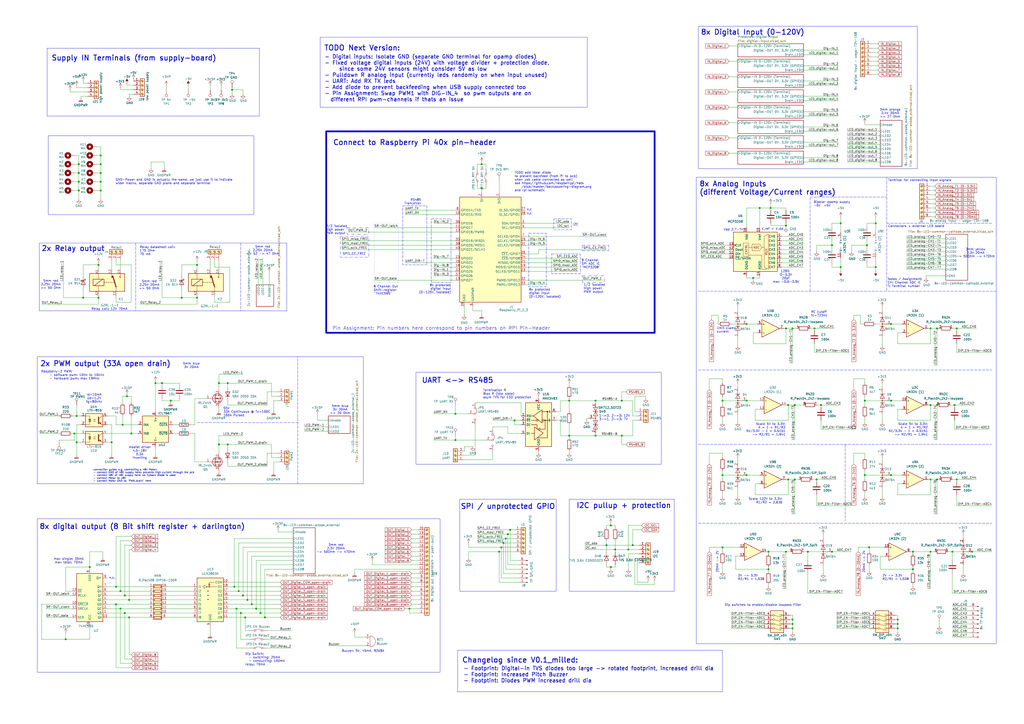
<source format=kicad_sch>
(kicad_sch
	(version 20231120)
	(generator "eeschema")
	(generator_version "8.0")
	(uuid "af4d11a6-73e1-4c39-a25e-5fe7dfa07237")
	(paper "A2")
	(title_block
		(title "pi-interface-board")
		(date "2025-01-23")
		(rev "V1.0")
		(comment 2 "for versatile use in prototyping and project development")
		(comment 3 "with protected I/O, relays, and various features")
		(comment 4 "A Raspberry Pi-compatible PCB that extends the GPIO header")
	)
	
	(junction
		(at 140.97 345.44)
		(diameter 0)
		(color 0 0 0 0)
		(uuid "01a8e618-7e14-4882-9136-a12536116a47")
	)
	(junction
		(at 237.49 353.06)
		(diameter 0)
		(color 0 0 0 0)
		(uuid "01c225b5-cd2c-42cd-9a9e-dd1eb69e7a46")
	)
	(junction
		(at 292.1 314.96)
		(diameter 0)
		(color 0 0 0 0)
		(uuid "05305efd-1dbd-4d1b-9814-028567a7094e")
	)
	(junction
		(at 137.16 353.06)
		(diameter 0)
		(color 0 0 0 0)
		(uuid "05eca1c0-0042-44d8-82a8-b1f48175c33d")
	)
	(junction
		(at 360.68 252.73)
		(diameter 0)
		(color 0 0 0 0)
		(uuid "06f335d7-63de-4572-a20a-022b6c7f93c9")
	)
	(junction
		(at 364.49 318.77)
		(diameter 0)
		(color 0 0 0 0)
		(uuid "072c8fc6-89d0-4715-8ea4-dd9134761f17")
	)
	(junction
		(at 351.79 316.23)
		(diameter 0)
		(color 0 0 0 0)
		(uuid "07823899-5798-4592-8eff-8b1fe5858f30")
	)
	(junction
		(at 45.72 100.33)
		(diameter 0)
		(color 0 0 0 0)
		(uuid "08257806-6a62-48e1-afe8-11841934bc89")
	)
	(junction
		(at 71.12 246.38)
		(diameter 0)
		(color 0 0 0 0)
		(uuid "0eedc99b-ff42-4961-8286-6066dee5c8fe")
	)
	(junction
		(at 508 129.54)
		(diameter 0)
		(color 0 0 0 0)
		(uuid "0f3fa599-affa-44c6-8b85-24ce12db14ea")
	)
	(junction
		(at 67.31 340.36)
		(diameter 0)
		(color 0 0 0 0)
		(uuid "10026633-9ac7-4b72-aa53-10151f42da81")
	)
	(junction
		(at 64.77 256.54)
		(diameter 0)
		(color 0 0 0 0)
		(uuid "11580b8b-6675-41d3-b33d-e1ed958eda93")
	)
	(junction
		(at 153.67 358.14)
		(diameter 0)
		(color 0 0 0 0)
		(uuid "119c3b35-4b9f-4318-9220-02559deba15e")
	)
	(junction
		(at 73.66 229.87)
		(diameter 0)
		(color 0 0 0 0)
		(uuid "14ee932b-b4bf-415b-ab21-01e0b930417b")
	)
	(junction
		(at 516.89 232.41)
		(diameter 0)
		(color 0 0 0 0)
		(uuid "14fcd33f-6a27-4b5c-bd8a-16602ae94ce3")
	)
	(junction
		(at 345.44 232.41)
		(diameter 0)
		(color 0 0 0 0)
		(uuid "1827b75e-5515-4844-a399-117e6918fd73")
	)
	(junction
		(at 354.33 328.93)
		(diameter 0)
		(color 0 0 0 0)
		(uuid "1c476741-4a7f-44e7-a84a-5b0fc50d1df8")
	)
	(junction
		(at 487.68 154.94)
		(diameter 0)
		(color 0 0 0 0)
		(uuid "1f83392c-f6f4-4c47-92c7-6541609902a5")
	)
	(junction
		(at 508 154.94)
		(diameter 0)
		(color 0 0 0 0)
		(uuid "1ff1815a-ddb0-4907-bed1-18b8fe5665e3")
	)
	(junction
		(at 461.01 234.95)
		(diameter 0)
		(color 0 0 0 0)
		(uuid "209182a8-b4b9-40cd-b5b2-bd90b860e927")
	)
	(junction
		(at 57.15 153.67)
		(diameter 0)
		(color 0 0 0 0)
		(uuid "213f96fc-26d9-4cf1-83bd-f4336ef00b81")
	)
	(junction
		(at 105.41 172.72)
		(diameter 0)
		(color 0 0 0 0)
		(uuid "236f3f4e-76e9-4351-baf1-7665cdb427aa")
	)
	(junction
		(at 146.05 350.52)
		(diameter 0)
		(color 0 0 0 0)
		(uuid "24719f92-8210-4aa7-b4fb-885fcf560860")
	)
	(junction
		(at 127 222.25)
		(diameter 0)
		(color 0 0 0 0)
		(uuid "2a544a35-89e9-4403-a76e-deca404b0df4")
	)
	(junction
		(at 330.2 232.41)
		(diameter 0)
		(color 0 0 0 0)
		(uuid "2d47b40e-d23f-458b-8bda-f40f4a63d16c")
	)
	(junction
		(at 461.01 278.13)
		(diameter 0)
		(color 0 0 0 0)
		(uuid "2ec783c1-8b84-46a4-83e0-9e6bdd9d83e1")
	)
	(junction
		(at 419.1 275.59)
		(diameter 0)
		(color 0 0 0 0)
		(uuid "2f3e2706-66a2-4ddc-84d7-d0f87e408bee")
	)
	(junction
		(at 45.72 110.49)
		(diameter 0)
		(color 0 0 0 0)
		(uuid "30eb7102-40a1-423f-af53-d597c277def6")
	)
	(junction
		(at 433.07 187.96)
		(diameter 0)
		(color 0 0 0 0)
		(uuid "322a1d28-d972-4b68-a81b-9e541f249074")
	)
	(junction
		(at 539.75 234.95)
		(diameter 0)
		(color 0 0 0 0)
		(uuid "3ae78f7f-94a6-4485-a6b5-d7ce73e1abef")
	)
	(junction
		(at 516.89 187.96)
		(diameter 0)
		(color 0 0 0 0)
		(uuid "3b4b0fd5-c991-4a1b-b89c-c6b2bfe001ca")
	)
	(junction
		(at 44.45 241.3)
		(diameter 0)
		(color 0 0 0 0)
		(uuid "3c610d6d-cd11-4e18-9d10-ffa22d04497a")
	)
	(junction
		(at 52.07 328.93)
		(diameter 0)
		(color 0 0 0 0)
		(uuid "3c754c5e-b249-46c4-9d05-9f550316aca5")
	)
	(junction
		(at 279.4 109.22)
		(diameter 0)
		(color 0 0 0 0)
		(uuid "401df33a-bfc8-4102-a832-13b9d72f27f9")
	)
	(junction
		(at 447.04 120.65)
		(diameter 0)
		(color 0 0 0 0)
		(uuid "42f8f2a2-d4f1-4f85-a7f3-af76fd15f334")
	)
	(junction
		(at 539.75 190.5)
		(diameter 0)
		(color 0 0 0 0)
		(uuid "4c28afa4-cb18-4457-bfd3-5c53dabd8baa")
	)
	(junction
		(at 67.31 350.52)
		(diameter 0)
		(color 0 0 0 0)
		(uuid "4dd49bce-72c0-4885-aaa1-4fc2ceee5ed9")
	)
	(junction
		(at 290.83 317.5)
		(diameter 0)
		(color 0 0 0 0)
		(uuid "4e253152-ce51-433a-bba8-8c16e7a62d28")
	)
	(junction
		(at 436.88 161.29)
		(diameter 0)
		(color 0 0 0 0)
		(uuid "4e57230f-aabe-47d0-b863-f2adc3d1ffe4")
	)
	(junction
		(at 554.99 278.13)
		(diameter 0)
		(color 0 0 0 0)
		(uuid "5350fbf4-d95b-437a-9686-20f0bf58d3a4")
	)
	(junction
		(at 356.87 318.77)
		(diameter 0)
		(color 0 0 0 0)
		(uuid "53d66afe-70cb-456e-9b1b-03e37a30427c")
	)
	(junction
		(at 539.75 278.13)
		(diameter 0)
		(color 0 0 0 0)
		(uuid "5453c15f-3da7-498f-b4d4-eefd4a32800e")
	)
	(junction
		(at 482.6 142.24)
		(diameter 0)
		(color 0 0 0 0)
		(uuid "55a82554-799d-4bb3-8181-718182c3900f")
	)
	(junction
		(at 501.65 232.41)
		(diameter 0)
		(color 0 0 0 0)
		(uuid "57a339c8-b411-45ff-a169-a3416d23d890")
	)
	(junction
		(at 114.3 172.72)
		(diameter 0)
		(color 0 0 0 0)
		(uuid "58641e9a-dfea-4a17-a599-d3f20704b922")
	)
	(junction
		(at 58.42 105.41)
		(diameter 0)
		(color 0 0 0 0)
		(uuid "58dccc51-9004-41fb-ad0d-5592fc6a349d")
	)
	(junction
		(at 539.75 320.04)
		(diameter 0)
		(color 0 0 0 0)
		(uuid "5ebeab69-b597-43d2-ab3a-c72fec21131d")
	)
	(junction
		(at 504.19 317.5)
		(diameter 0)
		(color 0 0 0 0)
		(uuid "5fbe9979-8f7b-4932-9184-a4d03c15d4fe")
	)
	(junction
		(at 476.25 234.95)
		(diameter 0)
		(color 0 0 0 0)
		(uuid "5fd46808-879e-44b8-af18-96d3e87ab16f")
	)
	(junction
		(at 354.33 304.8)
		(diameter 0)
		(color 0 0 0 0)
		(uuid "60649139-4bdd-472e-9af5-360b27505cfe")
	)
	(junction
		(at 58.42 110.49)
		(diameter 0)
		(color 0 0 0 0)
		(uuid "60a6d836-72d0-4313-9d09-432095eb272f")
	)
	(junction
		(at 293.37 312.42)
		(diameter 0)
		(color 0 0 0 0)
		(uuid "64cc4205-6b81-48b6-affd-d8656f4e6bce")
	)
	(junction
		(at 529.59 320.04)
		(diameter 0)
		(color 0 0 0 0)
		(uuid "67352b46-f9e5-4f25-b773-3d42ff5e5699")
	)
	(junction
		(at 419.1 317.5)
		(diameter 0)
		(color 0 0 0 0)
		(uuid "6e2b59ba-643e-42d5-abe7-fae3afd30e18")
	)
	(junction
		(at 90.17 222.25)
		(diameter 0)
		(color 0 0 0 0)
		(uuid "6f8dae14-e5bb-4ed3-8136-992dd6b276bb")
	)
	(junction
		(at 440.69 120.65)
		(diameter 0)
		(color 0 0 0 0)
		(uuid "71c80c36-cea0-487c-bcb3-ac90e6cf6909")
	)
	(junction
		(at 501.65 275.59)
		(diameter 0)
		(color 0 0 0 0)
		(uuid "72cd6455-fb65-4b52-8421-80100f0ddc8f")
	)
	(junction
		(at 69.85 342.9)
		(diameter 0)
		(color 0 0 0 0)
		(uuid "751fb691-f4d4-4afb-8c99-237d44216e6a")
	)
	(junction
		(at 143.51 347.98)
		(diameter 0)
		(color 0 0 0 0)
		(uuid "75331210-328d-4b01-a051-ab734c1e4329")
	)
	(junction
		(at 58.42 90.17)
		(diameter 0)
		(color 0 0 0 0)
		(uuid "77fd0bd9-a653-46a2-a6ea-e0ff86286382")
	)
	(junction
		(at 455.93 130.81)
		(diameter 0)
		(color 0 0 0 0)
		(uuid "7b6a19d9-d84c-4ace-9ad2-e52657e5669a")
	)
	(junction
		(at 543.56 190.5)
		(diameter 0)
		(color 0 0 0 0)
		(uuid "7c4690e7-c7bf-4226-a178-dc9e53dc51ed")
	)
	(junction
		(at 445.77 320.04)
		(diameter 0)
		(color 0 0 0 0)
		(uuid "7eee6ae0-e862-4cf5-a20a-077da3b5824a")
	)
	(junction
		(at 45.72 95.25)
		(diameter 0)
		(color 0 0 0 0)
		(uuid "8445ba9c-2e95-4eb0-ba3f-795d556ef72f")
	)
	(junction
		(at 38.1 370.84)
		(diameter 0)
		(color 0 0 0 0)
		(uuid "84b82d7c-5f92-4073-bceb-03310c6207ac")
	)
	(junction
		(at 472.44 190.5)
		(diameter 0)
		(color 0 0 0 0)
		(uuid "85be4b5b-1dd3-4429-a51f-714f415e4cb3")
	)
	(junction
		(at 516.89 275.59)
		(diameter 0)
		(color 0 0 0 0)
		(uuid "86f80d78-9680-4044-9ea8-382a544e1180")
	)
	(junction
		(at 298.45 243.84)
		(diameter 0)
		(color 0 0 0 0)
		(uuid "8ba0df70-00b9-477d-a1d9-09e132e0196c")
	)
	(junction
		(at 502.92 142.24)
		(diameter 0)
		(color 0 0 0 0)
		(uuid "8e2b91a7-a806-46dd-8017-558f66a7d5aa")
	)
	(junction
		(at 93.98 222.25)
		(diameter 0)
		(color 0 0 0 0)
		(uuid "900094c6-ad82-42ce-b9e4-bbff1fbd4f7d")
	)
	(junction
		(at 58.42 95.25)
		(diameter 0)
		(color 0 0 0 0)
		(uuid "92b51d51-f5fb-410e-bbe5-38b96764124c")
	)
	(junction
		(at 264.16 255.27)
		(diameter 0)
		(color 0 0 0 0)
		(uuid "98441d78-d77f-486a-92ea-3668d01ee127")
	)
	(junction
		(at 543.56 234.95)
		(diameter 0)
		(color 0 0 0 0)
		(uuid "9857da2e-fa86-4979-a30f-81191067da5a")
	)
	(junction
		(at 289.56 320.04)
		(diameter 0)
		(color 0 0 0 0)
		(uuid "9867b519-f5bd-4ee4-8781-727026525927")
	)
	(junction
		(at 459.74 359.41)
		(diameter 0)
		(color 0 0 0 0)
		(uuid "98c11e17-da75-489b-919d-abd5b90d75d6")
	)
	(junction
		(at 520.7 364.49)
		(diameter 0)
		(color 0 0 0 0)
		(uuid "9905ae76-43d5-46fd-ab04-63b3bd0b1c1a")
	)
	(junction
		(at 529.59 330.2)
		(diameter 0)
		(color 0 0 0 0)
		(uuid "9f9cd4a1-53b7-4b90-939d-1f42f0144daf")
	)
	(junction
		(at 72.39 345.44)
		(diameter 0)
		(color 0 0 0 0)
		(uuid "a02a0c35-7237-4690-930d-ae7d81a03d46")
	)
	(junction
		(at 433.07 275.59)
		(diameter 0)
		(color 0 0 0 0)
		(uuid "a0fb1850-0f46-4c36-b798-547b535c42df")
	)
	(junction
		(at 44.45 256.54)
		(diameter 0)
		(color 0 0 0 0)
		(uuid "a156600e-b17b-40ee-9338-2875dd6af119")
	)
	(junction
		(at 459.74 364.49)
		(diameter 0)
		(color 0 0 0 0)
		(uuid "a2aaf358-b70a-40ed-8891-c2b838783341")
	)
	(junction
		(at 543.56 278.13)
		(diameter 0)
		(color 0 0 0 0)
		(uuid "a647ae42-673a-4b30-ba91-f5c0de2d1fb1")
	)
	(junction
		(at 419.1 232.41)
		(diameter 0)
		(color 0 0 0 0)
		(uuid "a8916f2a-3760-4408-a711-e8008e50a42d")
	)
	(junction
		(at 473.71 278.13)
		(diameter 0)
		(color 0 0 0 0)
		(uuid "a8b20a5e-2fbe-4704-8e22-2faf27846df8")
	)
	(junction
		(at 553.72 234.95)
		(diameter 0)
		(color 0 0 0 0)
		(uuid "aad29792-d123-4844-9da8-1df2be24a9d5")
	)
	(junction
		(at 48.26 172.72)
		(diameter 0)
		(color 0 0 0 0)
		(uuid "ac1970be-fc9a-493a-b832-4f526b5d8a6f")
	)
	(junction
		(at 367.03 316.23)
		(diameter 0)
		(color 0 0 0 0)
		(uuid "ac4ac232-9a0f-4efe-bd40-aa7c1fcbaeed")
	)
	(junction
		(at 142.24 358.14)
		(diameter 0)
		(color 0 0 0 0)
		(uuid "b03b65c9-d63a-4b4e-b4bc-bfd5bb85047b")
	)
	(junction
		(at 134.62 52.07)
		(diameter 0)
		(color 0 0 0 0)
		(uuid "b1b4e282-b41e-4806-9700-a7c6fbc133b2")
	)
	(junction
		(at 138.43 342.9)
		(diameter 0)
		(color 0 0 0 0)
		(uuid "b2e04b3a-0203-4e9b-b5fb-44711c9651f5")
	)
	(junction
		(at 99.06 232.41)
		(diameter 0)
		(color 0 0 0 0)
		(uuid "b650fb0f-f91e-4bab-945c-20253961cf93")
	)
	(junction
		(at 360.68 232.41)
		(diameter 0)
		(color 0 0 0 0)
		(uuid "b75f83a7-ff43-422c-8aef-b23c65dc9f58")
	)
	(junction
		(at 433.07 232.41)
		(diameter 0)
		(color 0 0 0 0)
		(uuid "b8cbbf2c-6947-4c47-a76a-df98369a49e2")
	)
	(junction
		(at 445.77 330.2)
		(diameter 0)
		(color 0 0 0 0)
		(uuid "bc0e8895-a168-4b32-a3ae-032222041331")
	)
	(junction
		(at 279.4 95.25)
		(diameter 0)
		(color 0 0 0 0)
		(uuid "c141ea30-0a7b-45f8-a452-2c0244bcf9aa")
	)
	(junction
		(at 114.3 153.67)
		(diameter 0)
		(color 0 0 0 0)
		(uuid "c25e2208-2d4a-4a5d-b1b6-520bc7405c20")
	)
	(junction
		(at 72.39 355.6)
		(diameter 0)
		(color 0 0 0 0)
		(uuid "c2a7d60c-8406-4629-9f9f-20facc991908")
	)
	(junction
		(at 127 257.81)
		(diameter 0)
		(color 0 0 0 0)
		(uuid "c583ebaa-dbb1-42bf-9503-cd46d9d9c934")
	)
	(junction
		(at 468.63 320.04)
		(diameter 0)
		(color 0 0 0 0)
		(uuid "c6fd9455-a40f-495c-b522-dad68ccccb40")
	)
	(junction
		(at 69.85 353.06)
		(diameter 0)
		(color 0 0 0 0)
		(uuid "c7252f51-5593-44ea-9ef0-15644cb2b836")
	)
	(junction
		(at 482.6 320.04)
		(diameter 0)
		(color 0 0 0 0)
		(uuid "c7d2abe6-56ee-45d0-91ba-2bdad49697be")
	)
	(junction
		(at 554.99 190.5)
		(diameter 0)
		(color 0 0 0 0)
		(uuid "c9a1a788-271b-4313-91ac-1eb41a1be2d1")
	)
	(junction
		(at 74.93 347.98)
		(diameter 0)
		(color 0 0 0 0)
		(uuid "ca97fd06-a20b-4255-9402-c6f0775648c9")
	)
	(junction
		(at 563.88 320.04)
		(diameter 0)
		(color 0 0 0 0)
		(uuid "cb011434-a4b0-4556-a812-d331c49ca2c1")
	)
	(junction
		(at 294.64 309.88)
		(diameter 0)
		(color 0 0 0 0)
		(uuid "ccfc0193-cd4b-4bd1-9adb-8688e97bfa23")
	)
	(junction
		(at 151.13 355.6)
		(diameter 0)
		(color 0 0 0 0)
		(uuid "cdb7cae5-fc07-4bbc-8ee6-837fb3913bf1")
	)
	(junction
		(at 455.93 320.04)
		(diameter 0)
		(color 0 0 0 0)
		(uuid "d3002e4b-d3e1-40cc-9b8a-5d2c7334c6dd")
	)
	(junction
		(at 520.7 361.95)
		(diameter 0)
		(color 0 0 0 0)
		(uuid "d3c25f2f-519c-4e8a-bf2d-451e91de8263")
	)
	(junction
		(at 459.74 190.5)
		(diameter 0)
		(color 0 0 0 0)
		(uuid "d5958f52-db39-4d96-9f5c-46cc0e0a9c13")
	)
	(junction
		(at 345.44 252.73)
		(diameter 0)
		(color 0 0 0 0)
		(uuid "d5f0980c-b894-41c8-ad9a-99d84da95533")
	)
	(junction
		(at 132.08 257.81)
		(diameter 0)
		(color 0 0 0 0)
		(uuid "d7f6abff-a394-48b0-8295-d13e407a04cb")
	)
	(junction
		(at 487.68 129.54)
		(diameter 0)
		(color 0 0 0 0)
		(uuid "d8d7fb1f-bb4d-4c93-8aa7-905c20aefd85")
	)
	(junction
		(at 45.72 105.41)
		(diameter 0)
		(color 0 0 0 0)
		(uuid "d8d95aad-526c-4d3e-9a9b-fefcb78efcaa")
	)
	(junction
		(at 552.45 320.04)
		(diameter 0)
		(color 0 0 0 0)
		(uuid "dd672ca4-9aed-4510-a18a-eaf4c4b1b5b2")
	)
	(junction
		(at 295.91 307.34)
		(diameter 0)
		(color 0 0 0 0)
		(uuid "dd9c1b13-9084-449b-9bee-5e037521464a")
	)
	(junction
		(at 520.7 359.41)
		(diameter 0)
		(color 0 0 0 0)
		(uuid "df62cb63-19fa-46f2-9a5a-93a304b5a69d")
	)
	(junction
		(at 264.16 240.03)
		(diameter 0)
		(color 0 0 0 0)
		(uuid "df678c17-c7d1-407d-803a-c886081558ed")
	)
	(junction
		(at 457.2 234.95)
		(diameter 0)
		(color 0 0 0 0)
		(uuid "e06e2f01-d838-48f6-8efa-7e05b926ca29")
	)
	(junction
		(at 57.15 172.72)
		(diameter 0)
		(color 0 0 0 0)
		(uuid "e0fcc60c-adef-4503-b67d-31eec596d694")
	)
	(junction
		(at 148.59 353.06)
		(diameter 0)
		(color 0 0 0 0)
		(uuid "e3108376-7dad-4cc8-8861-63d384004879")
	)
	(junction
		(at 76.2 251.46)
		(diameter 0)
		(color 0 0 0 0)
		(uuid "e5b099e1-f557-4448-b3d0-b283fc211558")
	)
	(junction
		(at 135.89 340.36)
		(diameter 0)
		(color 0 0 0 0)
		(uuid "e5bd5461-5bb2-4b08-87c8-6e463ef8db0a")
	)
	(junction
		(at 132.08 222.25)
		(diameter 0)
		(color 0 0 0 0)
		(uuid "e8615103-e90c-4f75-b440-b8fad443ff1e")
	)
	(junction
		(at 43.18 251.46)
		(diameter 0)
		(color 0 0 0 0)
		(uuid "e888c988-fb5e-4161-b771-d1f510c9d0b9")
	)
	(junction
		(at 330.2 252.73)
		(diameter 0)
		(color 0 0 0 0)
		(uuid "ed02a82a-9a4c-446b-b18a-c2e77fed11fa")
	)
	(junction
		(at 457.2 278.13)
		(diameter 0)
		(color 0 0 0 0)
		(uuid "ef6c709f-f6a8-4332-b336-2fc745163133")
	)
	(junction
		(at 459.74 361.95)
		(diameter 0)
		(color 0 0 0 0)
		(uuid "f4dadaf2-7795-4ea6-a683-80336635a387")
	)
	(junction
		(at 58.42 100.33)
		(diameter 0)
		(color 0 0 0 0)
		(uuid "f8e84513-ffe1-4837-b530-90ecbd0bf285")
	)
	(junction
		(at 139.7 355.6)
		(diameter 0)
		(color 0 0 0 0)
		(uuid "fae7fc45-5150-4de6-9de8-a36ec31aa312")
	)
	(junction
		(at 455.93 190.5)
		(diameter 0)
		(color 0 0 0 0)
		(uuid "fbce1fdb-db5b-4f19-bbb5-0a9c27bcbc89")
	)
	(junction
		(at 74.93 358.14)
		(diameter 0)
		(color 0 0 0 0)
		(uuid "fcfc1728-3653-4623-b7b5-a4e4cd6811ba")
	)
	(wire
		(pts
			(xy 455.93 129.54) (xy 455.93 130.81)
		)
		(stroke
			(width 0)
			(type default)
		)
		(uuid "0054231e-6c1c-4b62-a261-da803b448710")
	)
	(wire
		(pts
			(xy 491.49 78.74) (xy 510.54 78.74)
		)
		(stroke
			(width 0)
			(type default)
		)
		(uuid "0059a5bd-5d4e-41f1-b8bf-105e91bea211")
	)
	(wire
		(pts
			(xy 496.57 248.92) (xy 476.25 248.92)
		)
		(stroke
			(width 0)
			(type default)
		)
		(uuid "007352d0-4393-4d19-8efc-d51e28cb77e4")
	)
	(wire
		(pts
			(xy 238.76 320.04) (xy 242.57 320.04)
		)
		(stroke
			(width 0)
			(type default)
		)
		(uuid "00818073-0ff6-4df9-84ad-d009831f149e")
	)
	(wire
		(pts
			(xy 62.23 251.46) (xy 76.2 251.46)
		)
		(stroke
			(width 0)
			(type default)
		)
		(uuid "00912cef-7458-4250-9601-851325c17234")
	)
	(wire
		(pts
			(xy 62.23 241.3) (xy 67.31 241.3)
		)
		(stroke
			(width 0)
			(type default)
		)
		(uuid "00e44004-c513-4de5-a722-c1ec9c261caa")
	)
	(wire
		(pts
			(xy 419.1 327.66) (xy 419.1 331.47)
		)
		(stroke
			(width 0)
			(type default)
		)
		(uuid "00ef2f56-37bd-4ed0-aeb9-aa019bd24e2f")
	)
	(wire
		(pts
			(xy 139.7 370.84) (xy 139.7 355.6)
		)
		(stroke
			(width 0)
			(type default)
		)
		(uuid "00fdba94-28e0-4b7e-a3f6-8468a273182f")
	)
	(wire
		(pts
			(xy 553.72 234.95) (xy 553.72 236.22)
		)
		(stroke
			(width 0)
			(type default)
		)
		(uuid "01a5f7f5-381b-4726-8886-b420b25ccedd")
	)
	(wire
		(pts
			(xy 132.08 353.06) (xy 137.16 353.06)
		)
		(stroke
			(width 0)
			(type default)
		)
		(uuid "01f70877-5d35-4473-8154-b32633fb4439")
	)
	(wire
		(pts
			(xy 90.17 222.25) (xy 93.98 222.25)
		)
		(stroke
			(width 0)
			(type default)
		)
		(uuid "02432959-10b0-4f2a-af2d-7311d5fec00d")
	)
	(wire
		(pts
			(xy 486.41 31.75) (xy 466.09 31.75)
		)
		(stroke
			(width 0)
			(type default)
		)
		(uuid "025ad35c-64b0-47a8-a900-f118fd03ec35")
	)
	(wire
		(pts
			(xy 276.86 109.22) (xy 279.4 109.22)
		)
		(stroke
			(width 0)
			(type default)
		)
		(uuid "02629f80-2850-40af-b117-d301cbd2e1ca")
	)
	(wire
		(pts
			(xy 271.78 317.5) (xy 290.83 317.5)
		)
		(stroke
			(width 0)
			(type default)
		)
		(uuid "02a344d2-8b47-43f6-b628-b060a6ff1a34")
	)
	(wire
		(pts
			(xy 537.21 160.02) (xy 548.64 160.02)
		)
		(stroke
			(width 0)
			(type default)
		)
		(uuid "02ca2bcb-dc3d-41b8-b3bb-d6980a38a62d")
	)
	(wire
		(pts
			(xy 52.07 330.2) (xy 52.07 328.93)
		)
		(stroke
			(width 0)
			(type default)
		)
		(uuid "02caf3da-4dfe-464a-bed0-55c975aa32ca")
	)
	(wire
		(pts
			(xy 487.68 125.73) (xy 487.68 129.54)
		)
		(stroke
			(width 0)
			(type default)
		)
		(uuid "02dea10a-f229-486d-876a-a071096eeead")
	)
	(wire
		(pts
			(xy 251.46 149.86) (xy 264.16 149.86)
		)
		(stroke
			(width 0)
			(type default)
		)
		(uuid "02f927d2-46f0-4067-bb2c-7b5ed625f8eb")
	)
	(wire
		(pts
			(xy 157.48 257.81) (xy 157.48 265.43)
		)
		(stroke
			(width 0)
			(type default)
		)
		(uuid "030da04f-bb6a-49d5-a07a-b1ac13ef0d2c")
	)
	(wire
		(pts
			(xy 516.89 275.59) (xy 523.24 275.59)
		)
		(stroke
			(width 0)
			(type default)
		)
		(uuid "0402a363-6ddc-4245-b79d-651ce5e2b849")
	)
	(wire
		(pts
			(xy 457.2 234.95) (xy 461.01 234.95)
		)
		(stroke
			(width 0)
			(type default)
		)
		(uuid "04304b2e-0c68-4a14-bbe0-0e23cac30e94")
	)
	(wire
		(pts
			(xy 176.53 250.19) (xy 190.5 250.19)
		)
		(stroke
			(width 0)
			(type default)
		)
		(uuid "0441f777-da59-4d51-9ce1-7f52d2030a3b")
	)
	(wire
		(pts
			(xy 351.79 306.07) (xy 351.79 304.8)
		)
		(stroke
			(width 0)
			(type default)
		)
		(uuid "0445f1c5-cbd7-41f2-81d5-6122602375c6")
	)
	(wire
		(pts
			(xy 563.88 320.04) (xy 575.31 320.04)
		)
		(stroke
			(width 0)
			(type default)
		)
		(uuid "044788d0-021d-486d-a9d3-fdae59027b7a")
	)
	(polyline
		(pts
			(xy 114.3 245.11) (xy 172.72 245.11)
		)
		(stroke
			(width 0)
			(type dash)
		)
		(uuid "0562829c-78ed-418e-bf83-3ad41711062d")
	)
	(wire
		(pts
			(xy 76.2 153.67) (xy 76.2 175.26)
		)
		(stroke
			(width 0)
			(type default)
		)
		(uuid "05769be8-6486-49a6-96aa-282d535c7d39")
	)
	(wire
		(pts
			(xy 433.07 132.08) (xy 433.07 120.65)
		)
		(stroke
			(width 0)
			(type default)
		)
		(uuid "05c7cccb-cca5-4623-97c8-040d9b4df307")
	)
	(wire
		(pts
			(xy 67.31 340.36) (xy 86.36 340.36)
		)
		(stroke
			(width 0)
			(type default)
		)
		(uuid "060a1e46-185f-46d5-bb25-4b502bfab042")
	)
	(wire
		(pts
			(xy 453.39 137.16) (xy 466.09 137.16)
		)
		(stroke
			(width 0)
			(type default)
		)
		(uuid "068083fa-fce7-43b5-8463-4f98840e7a26")
	)
	(wire
		(pts
			(xy 76.2 175.26) (xy 67.31 175.26)
		)
		(stroke
			(width 0)
			(type default)
		)
		(uuid "06a1b25e-5913-4cbd-a6dc-df54f02c3062")
	)
	(wire
		(pts
			(xy 76.2 313.69) (xy 69.85 313.69)
		)
		(stroke
			(width 0)
			(type default)
		)
		(uuid "0768423a-ac1c-4f99-9532-7ef87789f549")
	)
	(wire
		(pts
			(xy 96.52 342.9) (xy 111.76 342.9)
		)
		(stroke
			(width 0)
			(type default)
		)
		(uuid "07df2798-ce49-4d2e-88d1-304e7370129e")
	)
	(wire
		(pts
			(xy 279.4 180.34) (xy 279.4 182.88)
		)
		(stroke
			(width 0)
			(type default)
		)
		(uuid "07f79494-8767-4e73-b134-542e489a4daa")
	)
	(wire
		(pts
			(xy 511.81 265.43) (xy 511.81 267.97)
		)
		(stroke
			(width 0)
			(type default)
		)
		(uuid "086ffce1-bece-47de-afff-a5272daa684c")
	)
	(wire
		(pts
			(xy 543.56 278.13) (xy 544.83 278.13)
		)
		(stroke
			(width 0)
			(type default)
		)
		(uuid "08d4afc6-7a52-4c48-90ea-de03339f3fec")
	)
	(wire
		(pts
			(xy 438.15 280.67) (xy 438.15 287.02)
		)
		(stroke
			(width 0)
			(type default)
		)
		(uuid "08da2754-5954-4cc6-88b7-c43418808a5f")
	)
	(wire
		(pts
			(xy 238.76 332.74) (xy 242.57 332.74)
		)
		(stroke
			(width 0)
			(type default)
		)
		(uuid "09105bff-0442-453e-b260-c98527da345d")
	)
	(wire
		(pts
			(xy 453.39 139.7) (xy 466.09 139.7)
		)
		(stroke
			(width 0)
			(type default)
		)
		(uuid "0932f8bf-1781-41f0-8075-3b7e84ddb5c7")
	)
	(wire
		(pts
			(xy 64.77 256.54) (xy 64.77 246.38)
		)
		(stroke
			(width 0)
			(type default)
		)
		(uuid "09c9e21f-8206-47ae-a9c8-c044bfbcae4a")
	)
	(wire
		(pts
			(xy 501.65 273.05) (xy 501.65 275.59)
		)
		(stroke
			(width 0)
			(type default)
		)
		(uuid "09d9a41a-af3c-4a91-ad4d-2c3b79cf9ec7")
	)
	(wire
		(pts
			(xy 52.07 363.22) (xy 52.07 370.84)
		)
		(stroke
			(width 0)
			(type default)
		)
		(uuid "0a051774-4cbb-4b66-bf37-8910fac947bb")
	)
	(wire
		(pts
			(xy 62.23 358.14) (xy 74.93 358.14)
		)
		(stroke
			(width 0)
			(type default)
		)
		(uuid "0aa33d96-2e44-4442-b63d-f8ede3d506ac")
	)
	(wire
		(pts
			(xy 368.3 229.87) (xy 368.3 238.76)
		)
		(stroke
			(width 0)
			(type default)
		)
		(uuid "0ac0da6d-7a79-4bb6-aac5-dbd7e02f6a35")
	)
	(wire
		(pts
			(xy 157.48 265.43) (xy 161.29 265.43)
		)
		(stroke
			(width 0)
			(type default)
		)
		(uuid "0af3e3f5-4871-4f0a-9b10-f4cd810203b5")
	)
	(wire
		(pts
			(xy 419.1 262.89) (xy 419.1 265.43)
		)
		(stroke
			(width 0)
			(type default)
		)
		(uuid "0b798a4e-ae38-46ca-9967-253a2656e0f1")
	)
	(wire
		(pts
			(xy 69.85 384.81) (xy 69.85 353.06)
		)
		(stroke
			(width 0)
			(ty
... [509772 chars truncated]
</source>
